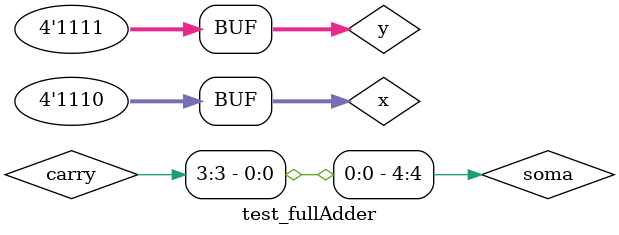
<source format=v>
/*a   b   s  carry
  0 + 0   0 > 0
  0 + 1   1 > 0
  1 + 0   1 > 0
  1 + 1   0 > 1  
  s = xor, carry = and*/
// -------------------------
module halfAdder (output s1,output s0, input     a, input     b);
// descrever por portas
xor XOR1 ( s0, b, a );//s0 = soma
//assign s0 = b ^ a;
and AND1 ( s1, a, b );//s1 = carry = "vai um"
//assign s1 = a & b;
endmodule // halfAdder
// -------------------------
//  full adder
// -------------------------
module fullAdder (output s1,output s0,input a, input b, input carry_in);
// descrever por portas e/ou modulos
// (valores arbitrarios escolhidos apenas para exemplo)
wire carry_out;
wire carry_out2;
wire soma;
halfAdder HA0(carry_out,soma,a,b);

halfAdder HA1(carry_out2,s0,soma,carry_in);
assign s1 = carry_out2 | carry_out;

endmodule // fullAdder
module test_fullAdder;
// ------------------------- definir dados
reg [3:0] x;
reg [3:0] y;
wire [3:0] carry; // “vai-um”
wire [4:0] soma;
// halfAdder HA0 ( carry[0], soma[0], x[0], y[0] );
fullAdder FA0(carry[0],soma[0],x[0],y[0], 1'b0);
fullAdder FA1(carry[1],soma[1],x[1], y[1], carry[0]);
fullAdder FA2(carry[2],soma[2],x[2], y[2], carry[1]);
fullAdder FA3(carry[3],soma[3],x[3], y[3], carry[2]);
//fullAdder FA4(carry0,soma[4],x[3], y[3], carry1);// "vai-um" ocupa uma posi-
//ção a mais: "1+1+1 = 1 e vai um"
assign soma[4] = 1'b0 | carry[3];//"vai-um final"

initial
begin : main
$display("Exemplo_0801 - David Freitas Marzola - ######");
$display("Test ALU’s full adder");
$display("  x    y  soma  carry");
#1 x = 4'b0000; y = 4'b0000;
// projetar testes do modulo
//
#1 $monitor("%1b %1b %1b %1b", x, y, soma, carry);//entradas de 4 bits
#1 x = 4'b0000; y = 4'b0001;
#1 x = 4'b0001; y = 4'b0010;
#1 x = 4'b0010; y = 4'b0011;
#1 x = 4'b0011; y = 4'b0100;
#1 x = 4'b0100; y = 4'b0101;
#1 x = 4'b0101; y = 4'b0110;
#1 x = 4'b0110; y = 4'b0111;
#1 x = 4'b0111; y = 4'b1000;
#1 x = 4'b1000; y = 4'b1001;
#1 x = 4'b1001; y = 4'b1010;
#1 x = 4'b1010; y = 4'b1011;
#1 x = 4'b1011; y = 4'b1100;
#1 x = 4'b1100; y = 4'b1101;
#1 x = 4'b1101; y = 4'b1110;
#1 x = 4'b1110; y = 4'b1111;
end
endmodule // test_fullAdder 

</source>
